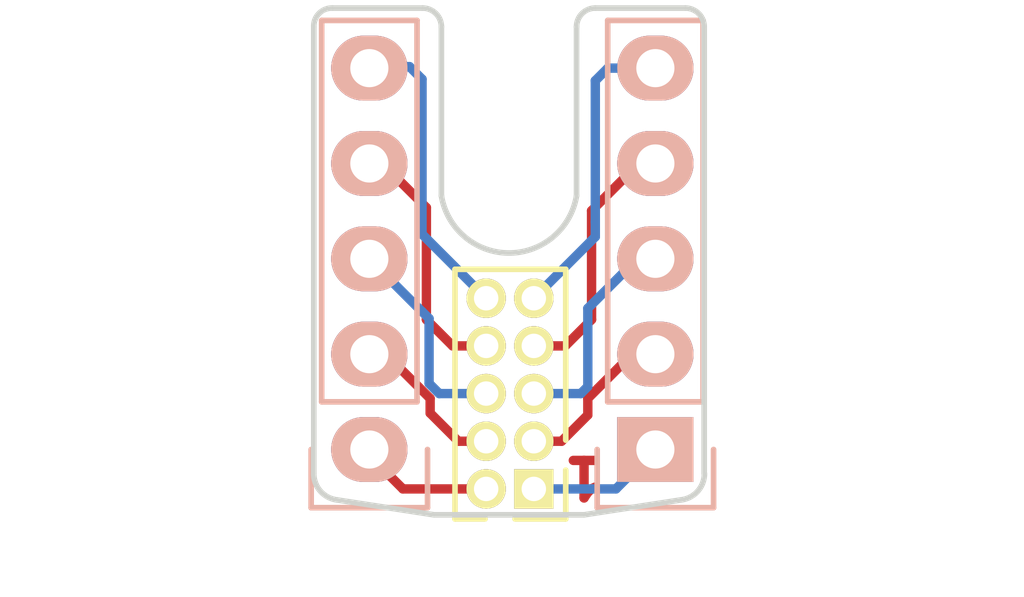
<source format=kicad_pcb>
(kicad_pcb (version 4) (host pcbnew no-bzr-kicad_new3d-viewer)

  (general
    (links 0)
    (no_connects 0)
    (area 137.523959 66.824478 148.082108 80.475001)
    (thickness 1.6)
    (drawings 18)
    (tracks 48)
    (zones 0)
    (modules 3)
    (nets 1)
  )

  (page A4)
  (layers
    (0 F.Cu signal)
    (31 B.Cu signal)
    (32 B.Adhes user)
    (33 F.Adhes user)
    (34 B.Paste user)
    (35 F.Paste user)
    (36 B.SilkS user)
    (37 F.SilkS user)
    (38 B.Mask user)
    (39 F.Mask user)
    (40 Dwgs.User user)
    (41 Cmts.User user)
    (42 Eco1.User user)
    (43 Eco2.User user)
    (44 Edge.Cuts user)
    (45 Margin user)
    (46 B.CrtYd user)
    (47 F.CrtYd user)
    (48 B.Fab user)
    (49 F.Fab user hide)
  )

  (setup
    (last_trace_width 0.25)
    (trace_clearance 0.1524)
    (zone_clearance 0)
    (zone_45_only no)
    (trace_min 0.1524)
    (segment_width 0.2)
    (edge_width 0.15)
    (via_size 0.6)
    (via_drill 0.4)
    (via_min_size 0.4)
    (via_min_drill 0.3)
    (uvia_size 0.3)
    (uvia_drill 0.1)
    (uvias_allowed no)
    (uvia_min_size 0.2)
    (uvia_min_drill 0.1)
    (pcb_text_width 0.3)
    (pcb_text_size 1.5 1.5)
    (mod_edge_width 0.15)
    (mod_text_size 1 1)
    (mod_text_width 0.15)
    (pad_size 1.05 1.05)
    (pad_drill 0.65)
    (pad_to_mask_clearance 0.1016)
    (aux_axis_origin 0 0)
    (visible_elements 7FFFFFFF)
    (pcbplotparams
      (layerselection 0x010c0_ffffffff)
      (usegerberextensions true)
      (excludeedgelayer true)
      (linewidth 0.100000)
      (plotframeref false)
      (viasonmask false)
      (mode 1)
      (useauxorigin false)
      (hpglpennumber 1)
      (hpglpenspeed 20)
      (hpglpendiameter 15)
      (psnegative false)
      (psa4output false)
      (plotreference false)
      (plotvalue false)
      (plotinvisibletext false)
      (padsonsilk false)
      (subtractmaskfromsilk false)
      (outputformat 1)
      (mirror false)
      (drillshape 0)
      (scaleselection 1)
      (outputdirectory Gerber/20160513_1.27_to_2.54_adapter/))
  )

  (net 0 "")

  (net_class Default "This is the default net class."
    (clearance 0.1524)
    (trace_width 0.25)
    (via_dia 0.6)
    (via_drill 0.4)
    (uvia_dia 0.3)
    (uvia_drill 0.1)
  )

  (module Pin_Headers:Pin_Header_Straight_1x05 (layer B.Cu) (tedit 57363A06) (tstamp 573638D8)
    (at 139.08 78.66)
    (descr "Through hole pin header")
    (tags "pin header")
    (fp_text reference REF** (at 0 5.1) (layer B.SilkS) hide
      (effects (font (size 1 1) (thickness 0.15)) (justify mirror))
    )
    (fp_text value Pin_Header_Straight_1x05 (at 0 3.1) (layer B.Fab)
      (effects (font (size 1 1) (thickness 0.15)) (justify mirror))
    )
    (fp_line (start -1.55 0) (end -1.55 1.55) (layer B.SilkS) (width 0.15))
    (fp_line (start -1.55 1.55) (end 1.55 1.55) (layer B.SilkS) (width 0.15))
    (fp_line (start 1.55 1.55) (end 1.55 0) (layer B.SilkS) (width 0.15))
    (fp_line (start -1.75 1.75) (end -1.75 -11.95) (layer B.CrtYd) (width 0.05))
    (fp_line (start 1.75 1.75) (end 1.75 -11.95) (layer B.CrtYd) (width 0.05))
    (fp_line (start -1.75 1.75) (end 1.75 1.75) (layer B.CrtYd) (width 0.05))
    (fp_line (start -1.75 -11.95) (end 1.75 -11.95) (layer B.CrtYd) (width 0.05))
    (fp_line (start 1.27 -1.27) (end 1.27 -11.43) (layer B.SilkS) (width 0.15))
    (fp_line (start 1.27 -11.43) (end -1.27 -11.43) (layer B.SilkS) (width 0.15))
    (fp_line (start -1.27 -11.43) (end -1.27 -1.27) (layer B.SilkS) (width 0.15))
    (fp_line (start 1.27 -1.27) (end -1.27 -1.27) (layer B.SilkS) (width 0.15))
    (pad 1 thru_hole oval (at 0 0) (size 2.032 1.7272) (drill 1.016) (layers *.Cu *.Mask B.SilkS))
    (pad 2 thru_hole oval (at 0 -2.54) (size 2.032 1.7272) (drill 1.016) (layers *.Cu *.Mask B.SilkS))
    (pad 3 thru_hole oval (at 0 -5.08) (size 2.032 1.7272) (drill 1.016) (layers *.Cu *.Mask B.SilkS))
    (pad 4 thru_hole oval (at 0 -7.62) (size 2.032 1.7272) (drill 1.016) (layers *.Cu *.Mask B.SilkS))
    (pad 5 thru_hole oval (at 0 -10.16) (size 2.032 1.7272) (drill 1.016) (layers *.Cu *.Mask B.SilkS))
    (model Pin_Headers.3dshapes/Pin_Header_Straight_1x05.wrl
      (at (xyz 0 -0.2 0))
      (scale (xyz 1 1 1))
      (rotate (xyz 0 0 90))
    )
  )

  (module Pin_Headers:Pin_Header_Straight_1x05 (layer B.Cu) (tedit 5736385A) (tstamp 57363372)
    (at 146.7 78.66)
    (descr "Through hole pin header")
    (tags "pin header")
    (fp_text reference REF** (at 0 5.1) (layer B.SilkS) hide
      (effects (font (size 1 1) (thickness 0.15)) (justify mirror))
    )
    (fp_text value Pin_Header_Straight_1x05 (at 0 3.1) (layer B.Fab)
      (effects (font (size 1 1) (thickness 0.15)) (justify mirror))
    )
    (fp_line (start -1.55 0) (end -1.55 1.55) (layer B.SilkS) (width 0.15))
    (fp_line (start -1.55 1.55) (end 1.55 1.55) (layer B.SilkS) (width 0.15))
    (fp_line (start 1.55 1.55) (end 1.55 0) (layer B.SilkS) (width 0.15))
    (fp_line (start -1.75 1.75) (end -1.75 -11.95) (layer B.CrtYd) (width 0.05))
    (fp_line (start 1.75 1.75) (end 1.75 -11.95) (layer B.CrtYd) (width 0.05))
    (fp_line (start -1.75 1.75) (end 1.75 1.75) (layer B.CrtYd) (width 0.05))
    (fp_line (start -1.75 -11.95) (end 1.75 -11.95) (layer B.CrtYd) (width 0.05))
    (fp_line (start 1.27 -1.27) (end 1.27 -11.43) (layer B.SilkS) (width 0.15))
    (fp_line (start 1.27 -11.43) (end -1.27 -11.43) (layer B.SilkS) (width 0.15))
    (fp_line (start -1.27 -11.43) (end -1.27 -1.27) (layer B.SilkS) (width 0.15))
    (fp_line (start 1.27 -1.27) (end -1.27 -1.27) (layer B.SilkS) (width 0.15))
    (pad 1 thru_hole rect (at 0 0) (size 2.032 1.7272) (drill 1.016) (layers *.Cu *.Mask B.SilkS))
    (pad 2 thru_hole oval (at 0 -2.54) (size 2.032 1.7272) (drill 1.016) (layers *.Cu *.Mask B.SilkS))
    (pad 3 thru_hole oval (at 0 -5.08) (size 2.032 1.7272) (drill 1.016) (layers *.Cu *.Mask B.SilkS))
    (pad 4 thru_hole oval (at 0 -7.62) (size 2.032 1.7272) (drill 1.016) (layers *.Cu *.Mask B.SilkS))
    (pad 5 thru_hole oval (at 0 -10.16) (size 2.032 1.7272) (drill 1.016) (layers *.Cu *.Mask B.SilkS))
    (model Pin_Headers.3dshapes/Pin_Header_Straight_1x05.wrl
      (at (xyz 0 -0.2 0))
      (scale (xyz 1 1 1))
      (rotate (xyz 0 0 90))
    )
  )

  (module Pin_Headers:Pin_Header_Straight_2x05_Pitch1.27mm (layer F.Cu) (tedit 573646E4) (tstamp 57363356)
    (at 143.462 79.71 180)
    (descr "Through hole pin header, pitch 1.27mm")
    (tags "pin header")
    (fp_text reference REF** (at 0.55 -1.7 180) (layer F.SilkS) hide
      (effects (font (size 1 1) (thickness 0.15)))
    )
    (fp_text value Pin_Header_Straight_2x05_Pitch1.27mm (at 0 6.9 180) (layer F.Fab)
      (effects (font (size 1 1) (thickness 0.15)))
    )
    (fp_line (start 2.1 -0.8) (end 1.3 -0.8) (layer F.SilkS) (width 0.15))
    (fp_line (start 2.1 5.85) (end 2.1 -0.8) (layer F.SilkS) (width 0.15))
    (fp_line (start 2.1 5.85) (end -0.85 5.85) (layer F.SilkS) (width 0.15))
    (fp_line (start -1.1 -1.05) (end -1.1 6.1) (layer F.CrtYd) (width 0.05))
    (fp_line (start 2.35 -1.05) (end 2.35 6.1) (layer F.CrtYd) (width 0.05))
    (fp_line (start -1.1 -1.05) (end 2.35 -1.05) (layer F.CrtYd) (width 0.05))
    (fp_line (start -1.1 6.1) (end 2.35 6.1) (layer F.CrtYd) (width 0.05))
    (fp_line (start -0.85 5.85) (end -0.85 1.3) (layer F.SilkS) (width 0.15))
    (fp_line (start 0.5 -0.8) (end -0.85 -0.8) (layer F.SilkS) (width 0.15))
    (fp_line (start -0.85 -0.8) (end -0.85 0.5) (layer F.SilkS) (width 0.15))
    (pad 1 thru_hole rect (at 0 0 180) (size 1.05 1.05) (drill 0.65) (layers *.Cu *.Mask F.SilkS))
    (pad 3 thru_hole circle (at 0 1.27 180) (size 1.05 1.05) (drill 0.65) (layers *.Cu *.Mask F.SilkS))
    (pad 5 thru_hole circle (at 0 2.54 180) (size 1.05 1.05) (drill 0.65) (layers *.Cu *.Mask F.SilkS))
    (pad 7 thru_hole circle (at 0 3.81 180) (size 1.05 1.05) (drill 0.65) (layers *.Cu *.Mask F.SilkS))
    (pad 9 thru_hole circle (at 0 5.08 180) (size 1.05 1.05) (drill 0.65) (layers *.Cu *.Mask F.SilkS))
    (pad 4 thru_hole circle (at 1.27 1.27 180) (size 1.05 1.05) (drill 0.65) (layers *.Cu *.Mask F.SilkS))
    (pad 6 thru_hole circle (at 1.27 2.54 180) (size 1.05 1.05) (drill 0.65) (layers *.Cu *.Mask F.SilkS))
    (pad 8 thru_hole circle (at 1.27 3.81 180) (size 1.05 1.05) (drill 0.65) (layers *.Cu *.Mask F.SilkS))
    (pad 10 thru_hole circle (at 1.27 5.08 180) (size 1.05 1.05) (drill 0.65) (layers *.Cu *.Mask F.SilkS))
    (pad 2 thru_hole circle (at 1.27 0 180) (size 1.05 1.05) (drill 0.65) (layers *.Cu *.Mask F.SilkS))
  )

  (gr_text 1 (at 144.8 79.4 180) (layer F.Cu)
    (effects (font (size 1 1) (thickness 0.25)))
  )
  (gr_text 1 (at 144.8 79.4 180) (layer F.Mask) (tstamp 573649AB)
    (effects (font (size 1 1) (thickness 0.25)))
  )
  (gr_arc (start 147.3 79.3) (end 147.4 80) (angle -81.86989765) (layer Edge.Cuts) (width 0.15) (tstamp 573634D3))
  (gr_arc (start 138.307107 79.3) (end 138.2 80) (angle 81.30064399) (layer Edge.Cuts) (width 0.15) (tstamp 573634C7))
  (gr_arc (start 138.084 67.383752) (end 137.6 67.4) (angle 93.75557462) (layer Edge.Cuts) (width 0.15) (tstamp 573634C6))
  (gr_arc (start 147.5 67.4) (end 147.5 66.9) (angle 90) (layer Edge.Cuts) (width 0.15) (tstamp 573634C5))
  (gr_line (start 141 71.9) (end 141 67.4) (layer Edge.Cuts) (width 0.15))
  (gr_line (start 144.6 67.4) (end 144.6 71.9) (layer Edge.Cuts) (width 0.15))
  (gr_arc (start 142.8 71.6) (end 144.6 71.9) (angle 161.0753866) (layer Edge.Cuts) (width 0.15))
  (gr_arc (start 145.1 67.4) (end 144.6 67.4) (angle 90) (layer Edge.Cuts) (width 0.15) (tstamp 5736344A))
  (gr_arc (start 140.5 67.4) (end 140.5 66.9) (angle 90) (layer Edge.Cuts) (width 0.15))
  (gr_line (start 137.6 79.3) (end 137.6 67.4) (layer Edge.Cuts) (width 0.15) (tstamp 5736342F))
  (gr_line (start 138.2 80) (end 140.8 80.4) (layer Edge.Cuts) (width 0.15) (tstamp 5736342D))
  (gr_line (start 148 79.3) (end 148 67.4) (layer Edge.Cuts) (width 0.15))
  (gr_line (start 144.8 80.4) (end 147.4 80) (layer Edge.Cuts) (width 0.15))
  (gr_line (start 145.1 66.9) (end 147.5 66.9) (layer Edge.Cuts) (width 0.15) (tstamp 573633DA))
  (gr_line (start 138.1 66.9) (end 140.5 66.9) (layer Edge.Cuts) (width 0.15))
  (gr_line (start 140.8 80.4) (end 144.8 80.4) (layer Edge.Cuts) (width 0.15))

  (segment (start 143.462 79.71) (end 145.65 79.71) (width 0.25) (layer B.Cu) (net 0))
  (segment (start 145.65 79.71) (end 146.7 78.66) (width 0.25) (layer B.Cu) (net 0))
  (segment (start 139.08 76.12) (end 139.52 76.12) (width 0.25) (layer F.Cu) (net 0))
  (segment (start 139.52 76.12) (end 140.7 77.3) (width 0.25) (layer F.Cu) (net 0))
  (segment (start 140.7 77.690462) (end 140.7 77.3) (width 0.25) (layer F.Cu) (net 0))
  (segment (start 142.192 78.44) (end 141.449538 78.44) (width 0.25) (layer F.Cu) (net 0))
  (segment (start 141.449538 78.44) (end 140.7 77.690462) (width 0.25) (layer F.Cu) (net 0))
  (segment (start 144.9 77.74) (end 144.2 78.44) (width 0.25) (layer F.Cu) (net 0))
  (segment (start 146.08 76.12) (end 144.9 77.3) (width 0.25) (layer F.Cu) (net 0))
  (segment (start 144.9 77.3) (end 144.9 77.74) (width 0.25) (layer F.Cu) (net 0))
  (segment (start 146.7 76.12) (end 146.08 76.12) (width 0.25) (layer F.Cu) (net 0))
  (segment (start 143.462 78.44) (end 144.2 78.44) (width 0.25) (layer F.Cu) (net 0))
  (segment (start 142.192 75.9) (end 141.3 75.9) (width 0.25) (layer F.Cu) (net 0))
  (segment (start 141.3 75.9) (end 140.6 75.2) (width 0.25) (layer F.Cu) (net 0))
  (segment (start 139.384 71) (end 138.884 71) (width 0.25) (layer F.Cu) (net 0))
  (segment (start 140.6 75.2) (end 140.6 72.216) (width 0.25) (layer F.Cu) (net 0))
  (segment (start 140.6 72.216) (end 139.384 71) (width 0.25) (layer F.Cu) (net 0))
  (segment (start 146.7 71.06) (end 146.24 71.06) (width 0.25) (layer F.Cu) (net 0))
  (segment (start 144.3 75.9) (end 143.462 75.9) (width 0.25) (layer F.Cu) (net 0))
  (segment (start 146.24 71.06) (end 145 72.3) (width 0.25) (layer F.Cu) (net 0))
  (segment (start 145 72.3) (end 145 75.2) (width 0.25) (layer F.Cu) (net 0))
  (segment (start 145 75.2) (end 144.3 75.9) (width 0.25) (layer F.Cu) (net 0))
  (segment (start 145.1 68.834) (end 145.1 72.6) (width 0.25) (layer B.Cu) (net 0))
  (segment (start 143.462 74.63) (end 145.1 72.992) (width 0.25) (layer B.Cu) (net 0))
  (segment (start 145.1 72.992) (end 145.1 72.6) (width 0.25) (layer B.Cu) (net 0))
  (segment (start 142.192 74.63) (end 140.484 72.922) (width 0.25) (layer B.Cu) (net 0))
  (segment (start 140.484 72.922) (end 140.484 68.794) (width 0.25) (layer B.Cu) (net 0))
  (segment (start 140.484 68.794) (end 140.15 68.46) (width 0.25) (layer B.Cu) (net 0))
  (segment (start 140.15 68.46) (end 138.884 68.46) (width 0.25) (layer B.Cu) (net 0))
  (segment (start 143.462 77.17) (end 144.712462 77.17) (width 0.25) (layer B.Cu) (net 0))
  (segment (start 144.712462 77.17) (end 144.9 76.982462) (width 0.25) (layer B.Cu) (net 0))
  (segment (start 144.9 76.982462) (end 144.9 74.9) (width 0.25) (layer B.Cu) (net 0))
  (segment (start 144.9 74.9) (end 146.22 73.58) (width 0.25) (layer B.Cu) (net 0))
  (segment (start 146.22 73.58) (end 146.7 73.58) (width 0.25) (layer B.Cu) (net 0))
  (segment (start 140.941538 77.17) (end 140.671538 76.9) (width 0.25) (layer B.Cu) (net 0))
  (segment (start 140.4876 74.9876) (end 140.671538 75.171538) (width 0.25) (layer B.Cu) (net 0))
  (segment (start 140.671538 75.171538) (end 140.671538 76.9) (width 0.25) (layer B.Cu) (net 0))
  (segment (start 140.484 74.9876) (end 140.4876 74.9876) (width 0.25) (layer B.Cu) (net 0))
  (segment (start 140.941538 77.17) (end 142.192 77.17) (width 0.25) (layer B.Cu) (net 0))
  (segment (start 139.974 79.71) (end 142.192 79.71) (width 0.25) (layer F.Cu) (net 0))
  (segment (start 138.884 76.4) (end 138.884 76.08) (width 0.25) (layer F.Cu) (net 0))
  (segment (start 139.974 79.71) (end 138.884 78.62) (width 0.25) (layer F.Cu) (net 0))
  (segment (start 140.484 74.9876) (end 139.0364 73.54) (width 0.25) (layer B.Cu) (net 0))
  (segment (start 139.0364 73.54) (end 138.884 73.54) (width 0.25) (layer B.Cu) (net 0))
  (segment (start 146.7 68.5) (end 145.434 68.5) (width 0.25) (layer B.Cu) (net 0))
  (segment (start 145.434 68.5) (end 145.1 68.834) (width 0.25) (layer B.Cu) (net 0))
  (segment (start 146.7 74) (end 146.7 73.6) (width 0.25) (layer F.Cu) (net 0))
  (segment (start 146.7 76.5) (end 146.7 76.14) (width 0.25) (layer F.Cu) (net 0))

)

</source>
